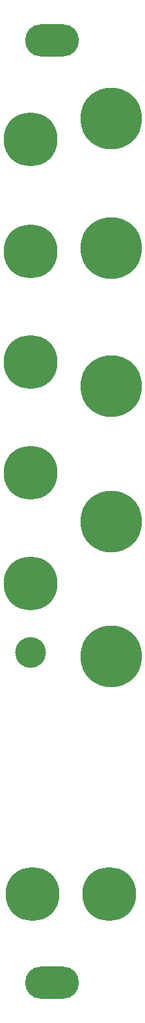
<source format=gbr>
%TF.GenerationSoftware,KiCad,Pcbnew,6.0.11+dfsg-1~bpo11+1*%
%TF.CreationDate,2023-12-01T17:46:37+08:00*%
%TF.ProjectId,MiniAttenuMix v0.3 - Front,4d696e69-4174-4746-956e-754d69782076,v0.3*%
%TF.SameCoordinates,Original*%
%TF.FileFunction,Copper,L2,Bot*%
%TF.FilePolarity,Positive*%
%FSLAX46Y46*%
G04 Gerber Fmt 4.6, Leading zero omitted, Abs format (unit mm)*
G04 Created by KiCad (PCBNEW 6.0.11+dfsg-1~bpo11+1) date 2023-12-01 17:46:37*
%MOMM*%
%LPD*%
G01*
G04 APERTURE LIST*
%TA.AperFunction,WasherPad*%
%ADD10C,7.000000*%
%TD*%
%TA.AperFunction,WasherPad*%
%ADD11C,8.000000*%
%TD*%
%TA.AperFunction,ComponentPad*%
%ADD12O,7.000000X4.200000*%
%TD*%
%TA.AperFunction,ViaPad*%
%ADD13C,4.000000*%
%TD*%
G04 APERTURE END LIST*
D10*
%TO.P,REF\u002A\u002A,*%
%TO.N,*%
X114700000Y-74800000D03*
%TD*%
%TO.P,REF\u002A\u002A,*%
%TO.N,*%
X115000000Y-144000000D03*
%TD*%
D11*
%TO.P,REF\u002A\u002A,*%
%TO.N,*%
X125200000Y-113100000D03*
%TD*%
%TO.P,REF\u002A\u002A,*%
%TO.N,*%
X125200000Y-60042500D03*
%TD*%
D10*
%TO.P,REF\u002A\u002A,*%
%TO.N,*%
X114700000Y-45900000D03*
%TD*%
D11*
%TO.P,REF\u002A\u002A,*%
%TO.N,*%
X125200000Y-95600000D03*
%TD*%
D12*
%TO.P,REF\u002A\u002A,*%
%TO.N,*%
X117500000Y-33000000D03*
X117500000Y-155500000D03*
%TD*%
D10*
%TO.P,REF\u002A\u002A,*%
%TO.N,*%
X114700000Y-60400000D03*
%TD*%
%TO.P,REF\u002A\u002A,*%
%TO.N,*%
X125000000Y-144000000D03*
%TD*%
%TO.P,REF\u002A\u002A,*%
%TO.N,*%
X114700000Y-89200000D03*
%TD*%
D11*
%TO.P,REF\u002A\u002A,*%
%TO.N,*%
X125200000Y-78000000D03*
%TD*%
%TO.P,REF\u002A\u002A,*%
%TO.N,*%
X125200000Y-43200000D03*
%TD*%
D10*
%TO.P,REF\u002A\u002A,*%
%TO.N,*%
X114700000Y-103600000D03*
%TD*%
D13*
%TO.N,*%
X114700000Y-112600000D03*
%TD*%
M02*

</source>
